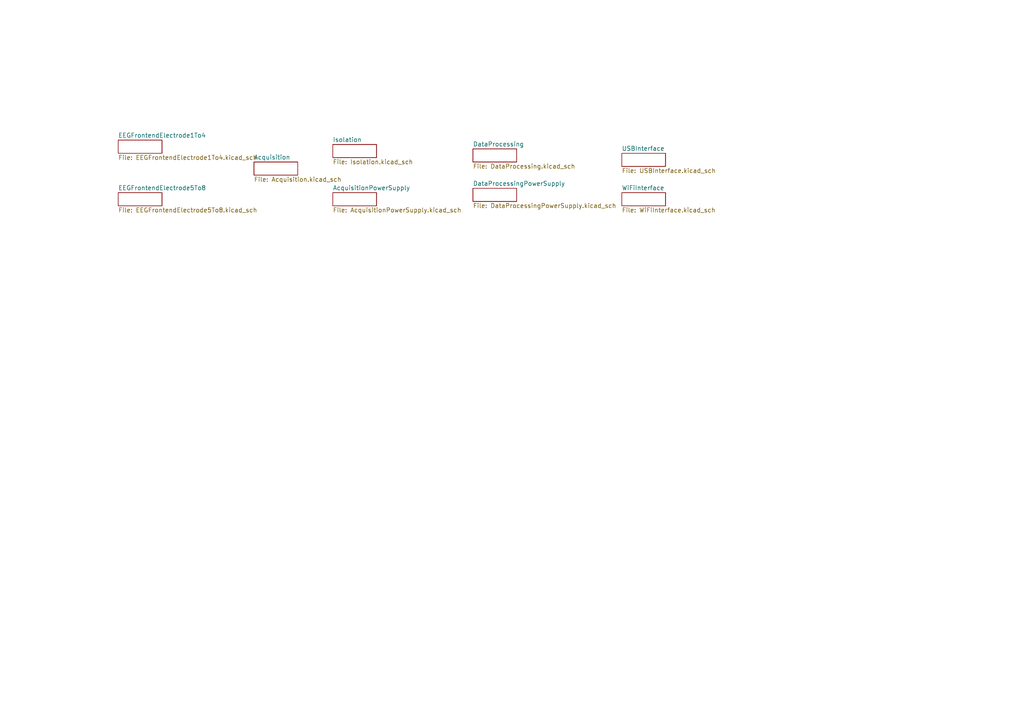
<source format=kicad_sch>
(kicad_sch (version 20210621) (generator eeschema)
  (paper "A4")
  (title_block (title "Main sheet") (rev "1.0") (company "MIT License") (comment 1 "Links to all to all sheets in project"))
  (lib_symbols)
  (sheet (at 73.66 46.99) (size 12.7 3.81)
    (property "Sheet name" "Acquisition" (at 73.66 46.3545 0) (effects (justify left bottom)))
    (property "Sheet file" "Acquisition.kicad_sch" (at 73.66 51.3085 0) (effects (justify left top)))
  )
  (sheet (at 96.52 55.88) (size 12.7 3.81)
    (property "Sheet name" "AcquisitionPowerSupply" (at 96.52 55.2445 0) (effects (justify left bottom)))
    (property "Sheet file" "AcquisitionPowerSupply.kicad_sch" (at 96.52 60.1985 0) (effects (justify left top)))
  )
  (sheet (at 137.16 43.18) (size 12.7 3.81)
    (property "Sheet name" "DataProcessing" (at 137.16 42.5445 0) (effects (justify left bottom)))
    (property "Sheet file" "DataProcessing.kicad_sch" (at 137.16 47.4985 0) (effects (justify left top)))
  )
  (sheet (at 137.16 54.61) (size 12.7 3.81)
    (property "Sheet name" "DataProcessingPowerSupply" (at 137.16 53.9745 0) (effects (justify left bottom)))
    (property "Sheet file" "DataProcessingPowerSupply.kicad_sch" (at 137.16 58.9285 0) (effects (justify left top)))
  )
  (sheet (at 34.29 40.64) (size 12.7 3.81)
    (property "Sheet name" "EEGFrontendElectrode1To4" (at 34.29 40.0045 0) (effects (justify left bottom)))
    (property "Sheet file" "EEGFrontendElectrode1To4.kicad_sch" (at 34.29 44.9585 0) (effects (justify left top)))
  )
  (sheet (at 34.29 55.88) (size 12.7 3.81)
    (property "Sheet name" "EEGFrontendElectrode5To8" (at 34.29 55.2445 0) (effects (justify left bottom)))
    (property "Sheet file" "EEGFrontendElectrode5To8.kicad_sch" (at 34.29 60.1985 0) (effects (justify left top)))
  )
  (sheet (at 96.52 41.91) (size 12.7 3.81)
    (property "Sheet name" "Isolation" (at 96.52 41.2745 0) (effects (justify left bottom)))
    (property "Sheet file" "Isolation.kicad_sch" (at 96.52 46.2285 0) (effects (justify left top)))
  )
  (sheet (at 180.34 44.45) (size 12.7 3.81)
    (property "Sheet name" "USBInterface" (at 180.34 43.8145 0) (effects (justify left bottom)))
    (property "Sheet file" "USBInterface.kicad_sch" (at 180.34 48.7685 0) (effects (justify left top)))
  )
  (sheet (at 180.34 55.88) (size 12.7 3.81)
    (property "Sheet name" "WiFiInterface" (at 180.34 55.2445 0) (effects (justify left bottom)))
    (property "Sheet file" "WiFiInterface.kicad_sch" (at 180.34 60.1985 0) (effects (justify left top)))
  )
)
</source>
